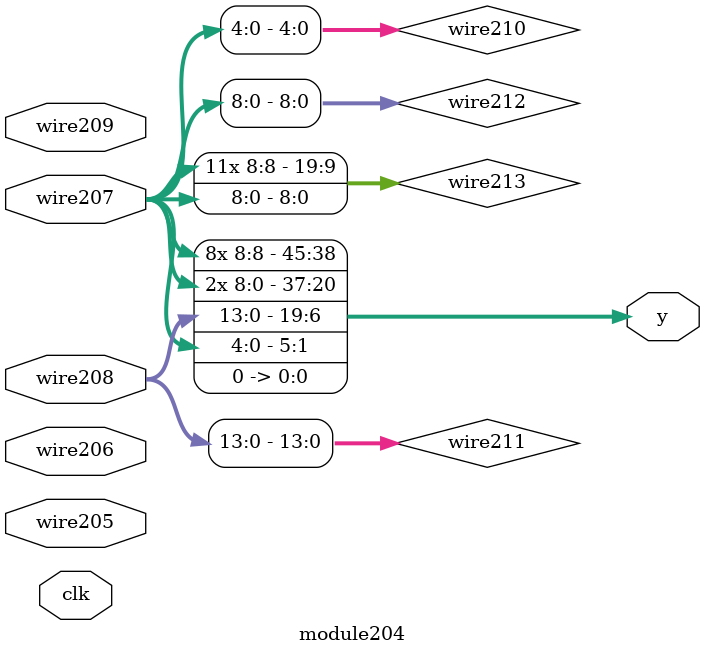
<source format=v>
module top
#(parameter param226 = (~&(((((8'hbd) > (8'hac)) ? (8'hb7) : (^(8'had))) ? (8'ha5) : (((7'h41) ^~ (8'hb9)) * {(8'hb4), (8'hb5)})) <<< (8'hb4))), 
parameter param227 = ((-param226) * {((param226 ? (param226 ~^ param226) : (param226 ? param226 : (8'ha2))) ? param226 : param226)}))
(y, clk, wire3, wire2, wire1, wire0);
  output wire [(32'h14c):(32'h0)] y;
  input wire [(1'h0):(1'h0)] clk;
  input wire signed [(5'h12):(1'h0)] wire3;
  input wire signed [(4'ha):(1'h0)] wire2;
  input wire signed [(5'h14):(1'h0)] wire1;
  input wire [(4'hf):(1'h0)] wire0;
  wire signed [(4'hc):(1'h0)] wire223;
  wire signed [(4'h8):(1'h0)] wire217;
  wire [(5'h12):(1'h0)] wire194;
  wire [(3'h7):(1'h0)] wire193;
  wire [(3'h7):(1'h0)] wire191;
  wire signed [(4'hb):(1'h0)] wire19;
  wire [(5'h15):(1'h0)] wire18;
  wire [(2'h2):(1'h0)] wire17;
  wire [(5'h14):(1'h0)] wire16;
  wire signed [(2'h3):(1'h0)] wire15;
  wire signed [(5'h10):(1'h0)] wire14;
  wire signed [(4'h8):(1'h0)] wire219;
  wire signed [(4'ha):(1'h0)] wire220;
  wire [(3'h5):(1'h0)] wire221;
  reg signed [(5'h14):(1'h0)] reg225 = (1'h0);
  reg [(5'h15):(1'h0)] reg224 = (1'h0);
  reg signed [(5'h15):(1'h0)] reg4 = (1'h0);
  reg [(4'h9):(1'h0)] reg5 = (1'h0);
  reg [(5'h11):(1'h0)] reg6 = (1'h0);
  reg signed [(5'h10):(1'h0)] reg7 = (1'h0);
  reg signed [(4'hc):(1'h0)] reg8 = (1'h0);
  reg [(5'h13):(1'h0)] reg9 = (1'h0);
  reg signed [(5'h13):(1'h0)] reg10 = (1'h0);
  reg [(3'h7):(1'h0)] reg11 = (1'h0);
  reg signed [(4'hc):(1'h0)] reg12 = (1'h0);
  reg [(4'ha):(1'h0)] reg13 = (1'h0);
  assign y = {wire223,
                 wire217,
                 wire194,
                 wire193,
                 wire191,
                 wire19,
                 wire18,
                 wire17,
                 wire16,
                 wire15,
                 wire14,
                 wire219,
                 wire220,
                 wire221,
                 reg225,
                 reg224,
                 reg4,
                 reg5,
                 reg6,
                 reg7,
                 reg8,
                 reg9,
                 reg10,
                 reg11,
                 reg12,
                 reg13,
                 (1'h0)};
  always
    @(posedge clk) begin
      reg4 <= wire0[(2'h3):(2'h3)];
      reg5 <= ((~^$unsigned({(wire2 | (8'ha2))})) ?
          $unsigned($unsigned(wire3)) : $unsigned($signed($signed((wire0 - reg4)))));
      if (wire1)
        begin
          reg6 <= $signed($signed(((+$signed(reg5)) ?
              $unsigned(((8'hba) >= reg5)) : (~^$unsigned((8'hab))))));
          reg7 <= reg6;
          reg8 <= {(+(((reg4 ? reg7 : wire1) ?
                  $signed(reg5) : ((8'ha3) ?
                      (8'hb9) : wire2)) <= reg4[(4'h8):(1'h0)]))};
          if (reg6)
            begin
              reg9 <= ($unsigned((reg8[(1'h1):(1'h1)] ?
                      (wire2[(2'h3):(1'h1)] <= (wire2 ?
                          wire2 : (8'hb8))) : $signed({(8'hbe), reg4}))) ?
                  ((~|(reg7 ? $unsigned(wire2) : (reg8 > wire1))) ?
                      (!((reg6 <= reg8) >= $unsigned(reg7))) : (reg5[(3'h4):(1'h1)] != {$signed((8'ha8))})) : $unsigned((($signed((8'ha6)) ?
                      $signed(reg7) : ((8'hbc) ?
                          wire1 : reg7)) - ((wire3 ^~ wire1) ?
                      $unsigned(wire0) : (reg7 & wire2)))));
              reg10 <= (((8'ha0) ?
                  reg7[(3'h5):(3'h5)] : (({(8'ha4)} ?
                          $unsigned((7'h40)) : (wire3 ? reg7 : wire1)) ?
                      {((8'hb0) == reg4)} : (^reg8[(4'h9):(3'h6)]))) ~^ wire2[(1'h0):(1'h0)]);
              reg11 <= (($signed({wire3}) || $unsigned(wire3[(3'h5):(1'h1)])) ?
                  wire2[(4'h9):(2'h3)] : (-wire0[(2'h2):(1'h0)]));
            end
          else
            begin
              reg9 <= wire2[(1'h0):(1'h0)];
              reg10 <= $unsigned((wire2 ?
                  {$signed((^~(8'ha0)))} : (~|($unsigned(reg11) ?
                      ((8'ha4) || reg7) : reg9))));
            end
          reg12 <= {(^(reg8[(1'h0):(1'h0)] - reg4[(4'hd):(4'hc)]))};
        end
      else
        begin
          if ($unsigned(reg4))
            begin
              reg6 <= ((reg9 || $unsigned((&$signed(reg7)))) ?
                  reg6 : ((~^reg7) ? $unsigned(reg4[(3'h5):(3'h5)]) : reg9));
              reg7 <= (&(^~(8'hb9)));
              reg8 <= reg12[(1'h0):(1'h0)];
              reg9 <= reg5;
            end
          else
            begin
              reg6 <= $signed($unsigned($signed((~&wire2))));
              reg7 <= (reg7[(4'he):(4'hb)] && (($signed($unsigned(reg9)) ?
                  $signed(reg11[(2'h2):(1'h0)]) : reg7) == ((-$unsigned(reg4)) | $unsigned((wire0 >> reg4)))));
              reg8 <= ((reg12[(3'h4):(2'h3)] ?
                      ((+$signed(wire2)) >> (^reg7[(4'h8):(3'h7)])) : $signed((&(wire0 ?
                          reg8 : wire0)))) ?
                  reg9 : $unsigned(reg9[(4'hd):(4'ha)]));
              reg9 <= (wire3[(2'h2):(2'h2)] ~^ $unsigned($signed((((8'hb7) ?
                      reg5 : reg11) ?
                  (wire0 | (8'h9f)) : (^~wire3)))));
              reg10 <= (wire1[(3'h6):(1'h0)] ~^ ($unsigned(($unsigned(reg10) == $unsigned((8'hb1)))) ?
                  $unsigned($unsigned((reg4 != reg6))) : {(~(~wire1)),
                      ($unsigned(reg6) >>> $unsigned(reg10))}));
            end
        end
      reg13 <= {reg12};
    end
  assign wire14 = ((((+(reg12 ?
                          wire0 : reg9)) >>> (+$signed(reg7))) != $unsigned(wire2[(3'h4):(3'h4)])) ?
                      (reg9 ? $unsigned(reg9) : $signed(wire1)) : wire0);
  assign wire15 = (reg13[(4'ha):(2'h2)] ?
                      (({(^wire14)} >> $signed($unsigned(wire3))) ?
                          ($signed((~^wire3)) ?
                              reg7 : {(8'ha2),
                                  reg7[(2'h3):(1'h0)]}) : $signed({wire2})) : $unsigned(($signed(reg11) ?
                          $signed((wire1 <= reg7)) : reg7)));
  assign wire16 = reg5[(3'h7):(3'h5)];
  assign wire17 = $signed((7'h42));
  assign wire18 = ((!$unsigned((((8'hbb) || wire2) < (~&wire3)))) ?
                      reg6[(5'h11):(5'h11)] : ((((|(8'hb6)) ?
                              ((8'hac) ?
                                  wire1 : wire14) : reg11[(2'h3):(2'h3)]) ?
                          ({reg9,
                              wire1} >>> {wire1}) : $unsigned(reg9)) == (~&reg9)));
  assign wire19 = ({reg6, $unsigned((^~(wire0 != wire2)))} ?
                      ($signed(((8'hab) >= (^reg12))) ?
                          (8'hbd) : (reg11[(1'h0):(1'h0)] ?
                              wire16[(3'h6):(1'h1)] : wire0)) : $signed((~^($signed(wire16) ?
                          (~reg4) : (wire18 ? reg10 : reg8)))));
  module20 #() modinst192 (wire191, clk, wire1, wire14, reg6, reg10);
  assign wire193 = ({{$unsigned((reg7 ? wire15 : reg11)),
                               wire14[(4'h8):(3'h5)]}} ?
                       (((|(|(8'hba))) <= ((~^wire19) || (|wire1))) ?
                           (reg6 ?
                               reg6[(4'hb):(4'hb)] : {wire17[(1'h1):(1'h0)],
                                   reg13}) : ($unsigned($unsigned(reg8)) ?
                               ((~|wire17) ?
                                   wire19[(4'hb):(3'h7)] : (-(8'hbc))) : wire18[(2'h2):(2'h2)])) : reg5);
  assign wire194 = {(($signed(reg11[(2'h2):(2'h2)]) ?
                               ($signed(wire15) + (wire18 ?
                                   reg4 : (8'ha1))) : ((reg12 == wire1) != (!wire15))) ?
                           wire15 : (wire14[(2'h3):(2'h3)] ?
                               $signed($signed(reg7)) : ((8'ha5) ^~ (reg7 ?
                                   wire16 : reg10)))),
                       $unsigned($unsigned(((wire193 ? wire15 : reg5) ?
                           wire3 : reg10[(3'h4):(2'h2)])))};
  module195 #() modinst218 (wire217, clk, wire193, wire18, reg4, wire1);
  assign wire219 = ((({$signed(reg8), wire193} ?
                           $signed((wire194 | (8'had))) : reg9) ?
                       $signed(reg13[(1'h0):(1'h0)]) : $signed($unsigned($signed(reg5)))) & reg8[(3'h6):(3'h4)]);
  assign wire220 = ($unsigned(((!(^~wire16)) << $signed(wire14))) | $unsigned(wire191[(3'h6):(1'h0)]));
  module62 #() modinst222 (.wire66(reg8), .wire64(wire194), .wire67(wire0), .wire65(reg13), .wire63(wire219), .clk(clk), .y(wire221));
  assign wire223 = reg9;
  always
    @(posedge clk) begin
      reg224 <= wire19;
      reg225 <= (({{$unsigned(reg10), $unsigned(reg7)},
              wire16} - wire217[(3'h7):(2'h2)]) ?
          (wire219 ?
              ($signed({reg224, (8'ha5)}) ?
                  ($unsigned(reg7) ? {wire3} : (^reg12)) : ((wire15 ?
                          wire194 : (8'hb6)) ?
                      (reg12 ?
                          wire15 : reg12) : $unsigned(reg12))) : (^reg6)) : ({(^(^~reg13)),
                  $signed((wire0 ? wire3 : reg6))} ?
              reg4[(3'h4):(1'h1)] : (~(reg6 ^ {wire3, reg224}))));
    end
endmodule

module module195  (y, clk, wire196, wire197, wire198, wire199);
  output wire [(32'h35):(32'h0)] y;
  input wire [(1'h0):(1'h0)] clk;
  input wire [(3'h7):(1'h0)] wire196;
  input wire [(5'h15):(1'h0)] wire197;
  input wire [(5'h15):(1'h0)] wire198;
  input wire signed [(5'h14):(1'h0)] wire199;
  wire signed [(3'h6):(1'h0)] wire216;
  wire [(4'ha):(1'h0)] wire201;
  wire signed [(4'hb):(1'h0)] wire202;
  wire signed [(4'he):(1'h0)] wire203;
  wire signed [(4'h8):(1'h0)] wire214;
  reg [(2'h3):(1'h0)] reg200 = (1'h0);
  assign y = {wire216, wire201, wire202, wire203, wire214, reg200, (1'h0)};
  always
    @(posedge clk) begin
      reg200 <= $unsigned($signed((^((~wire198) ?
          ((8'hb4) == wire197) : wire198[(4'h9):(2'h2)]))));
    end
  assign wire201 = (!((reg200[(1'h1):(1'h1)] <<< $unsigned((reg200 ?
                           wire197 : (8'hb4)))) ?
                       (|(reg200 || (wire196 ?
                           wire198 : reg200))) : (wire198[(3'h4):(2'h3)] || $unsigned((wire197 ^ wire197)))));
  assign wire202 = (({((~^wire201) || $unsigned(wire197)),
                               $unsigned({wire199})} ?
                           (~|($signed(wire199) ^ ((8'hb3) ?
                               wire197 : (8'ha4)))) : (-(~|$unsigned(reg200)))) ?
                       (($signed($unsigned(reg200)) <= (wire196 ?
                           (|wire199) : $unsigned(wire197))) <<< wire201[(2'h2):(1'h1)]) : {($signed(wire197) ?
                               wire196 : (-$signed(reg200))),
                           wire198[(1'h1):(1'h0)]});
  assign wire203 = wire197[(4'h9):(4'h9)];
  module204 #() modinst215 (.wire208(wire197), .wire206(wire196), .y(wire214), .clk(clk), .wire209(wire201), .wire205(wire202), .wire207(wire199));
  assign wire216 = wire197[(3'h6):(1'h1)];
endmodule

module module20
#(parameter param190 = (((~^(^((8'ha2) < (8'hac)))) ? ((~&(8'hbd)) ? {{(8'hb6)}, ((8'ha3) ? (8'h9e) : (8'hab))} : (((8'ha3) ? (8'hb1) : (8'had)) ~^ (8'haa))) : ((!((8'hbf) ? (8'hb6) : (8'hbf))) >>> (~((8'hb9) ? (8'hb8) : (8'ha3))))) ? {(~|(((8'ha4) ? (8'h9f) : (8'ha5)) <<< ((8'ha6) ? (7'h41) : (8'ha0))))} : (-((((8'ha6) ? (8'h9f) : (8'ha8)) ? ((8'hb6) && (8'ha7)) : (|(7'h41))) ? {((8'h9f) && (8'hbd)), {(8'hb4)}} : {((8'hbc) >> (7'h41))}))))
(y, clk, wire24, wire23, wire22, wire21);
  output wire [(32'h25c):(32'h0)] y;
  input wire [(1'h0):(1'h0)] clk;
  input wire [(4'hc):(1'h0)] wire24;
  input wire [(5'h10):(1'h0)] wire23;
  input wire [(3'h7):(1'h0)] wire22;
  input wire signed [(5'h13):(1'h0)] wire21;
  wire [(5'h12):(1'h0)] wire189;
  wire [(4'hb):(1'h0)] wire188;
  wire [(4'ha):(1'h0)] wire91;
  wire signed [(4'hf):(1'h0)] wire61;
  wire [(3'h5):(1'h0)] wire59;
  wire [(4'he):(1'h0)] wire25;
  wire signed [(3'h7):(1'h0)] wire93;
  wire signed [(3'h5):(1'h0)] wire110;
  wire signed [(4'he):(1'h0)] wire122;
  wire signed [(4'hf):(1'h0)] wire123;
  wire [(3'h6):(1'h0)] wire124;
  wire [(3'h6):(1'h0)] wire130;
  wire [(4'he):(1'h0)] wire131;
  wire signed [(4'hd):(1'h0)] wire132;
  wire [(5'h14):(1'h0)] wire133;
  wire [(4'hd):(1'h0)] wire134;
  wire signed [(5'h14):(1'h0)] wire135;
  wire signed [(5'h11):(1'h0)] wire136;
  wire signed [(4'h8):(1'h0)] wire185;
  reg [(3'h4):(1'h0)] reg187 = (1'h0);
  reg [(3'h6):(1'h0)] reg129 = (1'h0);
  reg [(4'h9):(1'h0)] reg128 = (1'h0);
  reg signed [(4'hf):(1'h0)] reg127 = (1'h0);
  reg [(3'h7):(1'h0)] reg126 = (1'h0);
  reg [(4'ha):(1'h0)] reg125 = (1'h0);
  reg [(3'h7):(1'h0)] reg121 = (1'h0);
  reg [(2'h3):(1'h0)] reg120 = (1'h0);
  reg [(4'hd):(1'h0)] reg119 = (1'h0);
  reg signed [(5'h10):(1'h0)] reg118 = (1'h0);
  reg signed [(5'h12):(1'h0)] reg117 = (1'h0);
  reg [(4'hf):(1'h0)] reg116 = (1'h0);
  reg [(4'hd):(1'h0)] reg115 = (1'h0);
  reg signed [(5'h12):(1'h0)] reg114 = (1'h0);
  reg [(5'h13):(1'h0)] reg113 = (1'h0);
  reg [(2'h2):(1'h0)] reg112 = (1'h0);
  reg signed [(4'hc):(1'h0)] reg111 = (1'h0);
  reg signed [(2'h3):(1'h0)] reg109 = (1'h0);
  reg signed [(4'hb):(1'h0)] reg108 = (1'h0);
  reg [(3'h6):(1'h0)] reg107 = (1'h0);
  reg signed [(4'ha):(1'h0)] reg106 = (1'h0);
  reg [(5'h13):(1'h0)] reg105 = (1'h0);
  reg [(4'h9):(1'h0)] reg104 = (1'h0);
  reg signed [(4'ha):(1'h0)] reg103 = (1'h0);
  reg signed [(5'h14):(1'h0)] reg102 = (1'h0);
  reg signed [(4'hd):(1'h0)] reg101 = (1'h0);
  reg signed [(5'h12):(1'h0)] reg100 = (1'h0);
  reg [(5'h12):(1'h0)] reg99 = (1'h0);
  reg [(5'h15):(1'h0)] reg98 = (1'h0);
  reg signed [(2'h2):(1'h0)] reg97 = (1'h0);
  reg signed [(4'hb):(1'h0)] reg96 = (1'h0);
  reg [(4'h9):(1'h0)] reg95 = (1'h0);
  reg signed [(3'h5):(1'h0)] reg94 = (1'h0);
  assign y = {wire189,
                 wire188,
                 wire91,
                 wire61,
                 wire59,
                 wire25,
                 wire93,
                 wire110,
                 wire122,
                 wire123,
                 wire124,
                 wire130,
                 wire131,
                 wire132,
                 wire133,
                 wire134,
                 wire135,
                 wire136,
                 wire185,
                 reg187,
                 reg129,
                 reg128,
                 reg127,
                 reg126,
                 reg125,
                 reg121,
                 reg120,
                 reg119,
                 reg118,
                 reg117,
                 reg116,
                 reg115,
                 reg114,
                 reg113,
                 reg112,
                 reg111,
                 reg109,
                 reg108,
                 reg107,
                 reg106,
                 reg105,
                 reg104,
                 reg103,
                 reg102,
                 reg101,
                 reg100,
                 reg99,
                 reg98,
                 reg97,
                 reg96,
                 reg95,
                 reg94,
                 (1'h0)};
  assign wire25 = wire22;
  module26 #() modinst60 (.y(wire59), .wire28(wire25), .wire29(wire21), .clk(clk), .wire27(wire23), .wire30(wire24));
  assign wire61 = wire24[(2'h3):(2'h3)];
  module62 #() modinst92 (.y(wire91), .wire65(wire59), .wire67(wire61), .wire66(wire24), .clk(clk), .wire64(wire21), .wire63(wire25));
  assign wire93 = (-(($unsigned({wire91,
                      wire61}) ^ (~|wire24[(3'h6):(1'h1)])) ~^ wire23[(2'h2):(1'h1)]));
  always
    @(posedge clk) begin
      reg94 <= ($signed(((~&$unsigned(wire59)) + $signed((wire93 ?
          wire21 : wire24)))) || {((+wire59) ?
              ({wire61} ? (&wire25) : wire93[(1'h0):(1'h0)]) : (^(-wire25))),
          $signed((wire24[(4'h9):(2'h3)] + (wire91 | wire25)))});
      reg95 <= wire91[(4'h8):(1'h1)];
      reg96 <= wire24;
      if ($signed($unsigned((wire21[(4'hc):(3'h5)] >= wire91[(3'h7):(3'h5)]))))
        begin
          reg97 <= (wire61[(3'h7):(3'h4)] ?
              ($unsigned((&(wire91 ?
                  wire21 : wire61))) <<< ((wire23 || ((8'hba) && wire25)) ?
                  wire61 : $signed((wire61 == wire24)))) : wire59[(3'h4):(1'h0)]);
          if ($signed(((((&wire24) ?
              $signed(wire91) : (reg95 || wire59)) == $unsigned({reg97})) != (wire93[(3'h4):(2'h3)] << (|reg97)))))
            begin
              reg98 <= (&wire59);
              reg99 <= ($signed({$signed({wire93}),
                  {(wire24 ? (8'hb3) : reg95), $signed(reg94)}}) > (wire21 ?
                  ($unsigned(((7'h40) ?
                      wire25 : reg94)) << $signed((wire22 >= (8'h9f)))) : (8'hbd)));
              reg100 <= $signed($signed(($unsigned($unsigned((8'ha3))) >>> {(+wire24)})));
              reg101 <= (wire91[(1'h1):(1'h1)] > $signed($signed(($signed(wire22) ^~ wire25[(3'h7):(3'h5)]))));
              reg102 <= $unsigned({{$unsigned((+reg99)),
                      $unsigned((reg95 <= reg95))},
                  (+$unsigned((reg95 ? (8'hb7) : reg101)))});
            end
          else
            begin
              reg98 <= reg96[(1'h1):(1'h1)];
              reg99 <= $unsigned(wire22[(1'h0):(1'h0)]);
              reg100 <= reg101[(3'h6):(2'h2)];
              reg101 <= reg101[(1'h1):(1'h1)];
              reg102 <= $signed(wire91[(3'h4):(3'h4)]);
            end
          reg103 <= $unsigned($unsigned({reg94[(2'h2):(1'h1)],
              wire61[(4'h9):(4'h8)]}));
          if ({((wire21 ?
                      ((reg100 ?
                          wire22 : (8'ha6)) < $unsigned(reg96)) : (wire25[(3'h4):(2'h2)] ?
                          reg101[(2'h3):(1'h1)] : $signed(reg101))) ?
                  ((7'h40) ?
                      {(reg101 >> wire93),
                          (wire21 >= wire91)} : wire21[(3'h7):(3'h5)]) : $unsigned(wire25))})
            begin
              reg104 <= $signed((~($signed((reg98 == wire24)) * (reg97[(1'h1):(1'h1)] < (!reg94)))));
              reg105 <= (reg103[(3'h4):(1'h0)] > ((wire23[(2'h2):(1'h0)] ?
                  $signed((-(8'ha5))) : (wire25 ?
                      $signed(wire59) : reg102)) <<< reg102));
              reg106 <= {wire93};
            end
          else
            begin
              reg104 <= {$unsigned(((8'hbc) ?
                      wire22 : $unsigned(((8'hb8) != wire22)))),
                  ($unsigned(((^reg95) ? (^~(8'haa)) : (!wire22))) ?
                      $signed($signed((^~reg105))) : ((~|reg97) ~^ (reg95[(4'h8):(3'h6)] ?
                          $signed(reg100) : $unsigned(reg95))))};
              reg105 <= reg97;
              reg106 <= (8'hac);
              reg107 <= $unsigned(reg103);
              reg108 <= $unsigned(((((wire25 ? reg98 : reg101) ?
                  $unsigned(reg99) : wire22[(2'h3):(1'h1)]) ~^ ($signed(reg103) ?
                  wire23[(4'hd):(4'hc)] : {reg100,
                      reg101})) || ((wire21 > (reg104 ~^ reg106)) ?
                  ((~reg96) << wire24) : (8'h9d))));
            end
          reg109 <= $signed(((&$unsigned((8'h9d))) ?
              (($unsigned((8'ha0)) ?
                  $signed((8'ha3)) : (reg94 ?
                      wire91 : wire24)) && (~|(reg97 + (8'hbf)))) : (~((reg100 ?
                  reg107 : reg102) == wire25))));
        end
      else
        begin
          reg97 <= ({(reg104 ?
                      (((8'ha7) ? wire23 : wire61) ?
                          $unsigned(wire25) : (reg103 ?
                              reg104 : reg98)) : wire22[(3'h7):(3'h7)]),
                  reg99[(4'hb):(1'h1)]} ?
              (&wire21) : (8'hba));
          reg98 <= {reg96[(2'h3):(1'h1)]};
          reg99 <= (~^((-((8'h9e) ~^ (reg99 ?
              reg96 : reg104))) ~^ (~^((wire91 == wire24) != reg107[(1'h0):(1'h0)]))));
        end
    end
  assign wire110 = ($unsigned((wire21 != {$unsigned(reg106)})) && $signed(reg106));
  always
    @(posedge clk) begin
      if (reg102)
        begin
          reg111 <= {(^$signed($signed((8'haa)))),
              (((reg98[(1'h0):(1'h0)] ?
                  $signed(wire61) : $signed(wire24)) ~^ (wire21 ?
                  (wire61 + wire24) : {wire25})) | ($unsigned((reg95 > (8'had))) ?
                  reg101 : ((wire24 < reg108) ?
                      (!reg108) : $unsigned((8'hba)))))};
        end
      else
        begin
          reg111 <= $unsigned({reg96[(4'h9):(2'h3)]});
          if ((reg105[(4'hf):(3'h6)] + reg98[(4'hf):(3'h6)]))
            begin
              reg112 <= wire23;
              reg113 <= {reg99[(3'h7):(3'h6)], reg112};
              reg114 <= $unsigned($signed(reg94[(1'h1):(1'h0)]));
              reg115 <= $signed($unsigned((reg98 < $signed(wire61[(3'h5):(1'h1)]))));
              reg116 <= $unsigned($unsigned({$signed($unsigned(reg100))}));
            end
          else
            begin
              reg112 <= $unsigned(reg104[(1'h0):(1'h0)]);
              reg113 <= {$signed($signed((~|reg101))),
                  $signed(reg98[(1'h0):(1'h0)])};
              reg114 <= (($unsigned($unsigned($unsigned(reg108))) != {$signed((^~(8'had))),
                      {$signed(reg105), $signed(reg114)}}) ?
                  reg96 : (8'ha8));
              reg115 <= $signed($signed((reg105[(4'h8):(3'h5)] ?
                  $unsigned((reg103 == (8'hb8))) : $signed($signed(reg114)))));
              reg116 <= (^~wire61[(3'h5):(1'h0)]);
            end
          if (($unsigned($unsigned((~$unsigned(wire25)))) >>> reg109[(1'h0):(1'h0)]))
            begin
              reg117 <= {(|(reg109[(2'h3):(1'h0)] ?
                      reg105[(3'h7):(3'h5)] : (8'hb8))),
                  ((~|(wire25 ?
                      reg98[(4'h9):(2'h3)] : (|reg102))) ^ (~|({reg103,
                      wire23} * $unsigned(reg95))))};
            end
          else
            begin
              reg117 <= (-(reg99[(4'ha):(4'ha)] ^ reg100[(4'hd):(1'h0)]));
              reg118 <= wire25;
              reg119 <= wire91;
              reg120 <= $unsigned($unsigned(wire22));
            end
          reg121 <= ($unsigned((reg106 - wire110)) ?
              $signed($signed((reg106[(2'h3):(1'h0)] >>> $signed(reg98)))) : $signed(wire61[(2'h2):(1'h1)]));
        end
    end
  assign wire122 = ($unsigned(((reg118[(4'h9):(3'h5)] ?
                           $signed(reg99) : reg102[(4'h8):(4'h8)]) - (reg96[(1'h1):(1'h0)] | (reg99 ?
                           (8'hb3) : wire21)))) ?
                       wire21[(4'hf):(1'h0)] : wire93);
  assign wire123 = reg103[(1'h0):(1'h0)];
  assign wire124 = (^(8'ha8));
  always
    @(posedge clk) begin
      reg125 <= reg112[(1'h0):(1'h0)];
      reg126 <= $unsigned({reg97});
      reg127 <= $unsigned(reg106[(3'h5):(1'h0)]);
      reg128 <= reg108;
      reg129 <= (((8'ha3) <= ((-$unsigned(wire124)) ?
          {(reg120 ? (8'h9f) : wire61),
              wire93[(2'h3):(1'h1)]} : ((reg100 <<< reg117) ?
              {reg103} : $unsigned((8'hab))))) >>> (^reg109));
    end
  assign wire130 = ($signed(($unsigned($unsigned(reg127)) ?
                       (reg117[(3'h6):(3'h6)] ?
                           {reg121, (7'h44)} : (wire124 ?
                               reg129 : reg117)) : (8'ha9))) ~^ wire91);
  assign wire131 = (($unsigned($signed(reg107)) ?
                       (^($unsigned((8'hbb)) ^~ reg114[(4'hd):(4'hd)])) : ((8'hbc) ^ {((8'ha7) ?
                               reg101 : reg116),
                           $unsigned((8'hb6))})) >>> (8'ha1));
  assign wire132 = reg103;
  assign wire133 = wire22[(1'h0):(1'h0)];
  assign wire134 = reg100[(2'h3):(2'h3)];
  assign wire135 = reg109[(2'h2):(1'h1)];
  assign wire136 = (($signed($unsigned(reg129)) ?
                           ((8'hb1) ?
                               {(wire134 && reg97)} : reg125[(3'h5):(3'h4)]) : (wire59 ?
                               {reg102} : {$signed(reg118)})) ?
                       ((((~&wire22) ? $unsigned(wire24) : (reg102 ^ reg105)) ?
                               $unsigned((wire21 != wire24)) : reg128) ?
                           ({(-wire93)} > reg101) : {wire122}) : wire61[(1'h0):(1'h0)]);
  module137 #() modinst186 (.wire138(wire122), .wire139(wire136), .wire142(wire61), .y(wire185), .clk(clk), .wire141(reg119), .wire140(reg105));
  always
    @(posedge clk) begin
      reg187 <= reg102[(3'h5):(3'h5)];
    end
  assign wire188 = (7'h42);
  assign wire189 = (wire133[(4'he):(4'he)] + reg95[(4'h9):(2'h2)]);
endmodule

module module137
#(parameter param183 = {((8'hb2) ? (~^(~|((8'h9e) - (8'hae)))) : {(~((8'hae) >> (7'h40))), (((8'ha1) << (8'ha5)) & ((8'hbd) << (8'ha0)))})}, 
parameter param184 = param183)
(y, clk, wire142, wire141, wire140, wire139, wire138);
  output wire [(32'h1f1):(32'h0)] y;
  input wire [(1'h0):(1'h0)] clk;
  input wire [(3'h4):(1'h0)] wire142;
  input wire signed [(3'h4):(1'h0)] wire141;
  input wire signed [(5'h12):(1'h0)] wire140;
  input wire [(2'h2):(1'h0)] wire139;
  input wire [(4'hb):(1'h0)] wire138;
  wire signed [(4'ha):(1'h0)] wire182;
  wire [(3'h6):(1'h0)] wire181;
  wire signed [(4'hb):(1'h0)] wire180;
  wire [(4'h9):(1'h0)] wire179;
  wire [(5'h12):(1'h0)] wire178;
  wire [(5'h14):(1'h0)] wire177;
  wire signed [(5'h11):(1'h0)] wire176;
  wire signed [(5'h13):(1'h0)] wire175;
  wire signed [(3'h7):(1'h0)] wire174;
  wire signed [(5'h13):(1'h0)] wire173;
  wire signed [(5'h13):(1'h0)] wire172;
  wire [(5'h13):(1'h0)] wire171;
  wire [(4'hc):(1'h0)] wire170;
  wire [(3'h6):(1'h0)] wire153;
  wire signed [(5'h13):(1'h0)] wire145;
  wire [(4'h9):(1'h0)] wire144;
  wire signed [(2'h3):(1'h0)] wire143;
  reg [(3'h4):(1'h0)] reg169 = (1'h0);
  reg signed [(4'hf):(1'h0)] reg168 = (1'h0);
  reg [(5'h11):(1'h0)] reg167 = (1'h0);
  reg signed [(5'h14):(1'h0)] reg166 = (1'h0);
  reg signed [(3'h6):(1'h0)] reg165 = (1'h0);
  reg signed [(5'h13):(1'h0)] reg164 = (1'h0);
  reg [(3'h5):(1'h0)] reg163 = (1'h0);
  reg [(4'hb):(1'h0)] reg162 = (1'h0);
  reg signed [(4'ha):(1'h0)] reg161 = (1'h0);
  reg [(5'h11):(1'h0)] reg160 = (1'h0);
  reg signed [(2'h3):(1'h0)] reg159 = (1'h0);
  reg signed [(5'h12):(1'h0)] reg158 = (1'h0);
  reg [(3'h4):(1'h0)] reg157 = (1'h0);
  reg [(5'h13):(1'h0)] reg156 = (1'h0);
  reg [(5'h13):(1'h0)] reg155 = (1'h0);
  reg [(4'hf):(1'h0)] reg154 = (1'h0);
  reg signed [(4'h8):(1'h0)] reg152 = (1'h0);
  reg [(4'ha):(1'h0)] reg151 = (1'h0);
  reg signed [(2'h3):(1'h0)] reg150 = (1'h0);
  reg [(5'h11):(1'h0)] reg149 = (1'h0);
  reg signed [(4'ha):(1'h0)] reg148 = (1'h0);
  reg [(2'h3):(1'h0)] reg147 = (1'h0);
  reg signed [(5'h14):(1'h0)] reg146 = (1'h0);
  assign y = {wire182,
                 wire181,
                 wire180,
                 wire179,
                 wire178,
                 wire177,
                 wire176,
                 wire175,
                 wire174,
                 wire173,
                 wire172,
                 wire171,
                 wire170,
                 wire153,
                 wire145,
                 wire144,
                 wire143,
                 reg169,
                 reg168,
                 reg167,
                 reg166,
                 reg165,
                 reg164,
                 reg163,
                 reg162,
                 reg161,
                 reg160,
                 reg159,
                 reg158,
                 reg157,
                 reg156,
                 reg155,
                 reg154,
                 reg152,
                 reg151,
                 reg150,
                 reg149,
                 reg148,
                 reg147,
                 reg146,
                 (1'h0)};
  assign wire143 = $signed($signed((8'ha5)));
  assign wire144 = $unsigned((&(^$signed($unsigned(wire141)))));
  assign wire145 = {{{wire139[(1'h0):(1'h0)]},
                           ($signed((^~(8'ha3))) && (~&(wire140 ^~ wire141)))},
                       (wire143 ?
                           (~^{(wire140 ?
                                   wire139 : (8'hab))}) : (wire141[(2'h2):(1'h0)] ?
                               wire141 : wire138[(1'h0):(1'h0)]))};
  always
    @(posedge clk) begin
      reg146 <= $signed($signed((~{(^wire138)})));
      if ($unsigned(($signed((~&wire140)) > (!$unsigned((reg146 >= wire140))))))
        begin
          reg147 <= wire139[(1'h0):(1'h0)];
        end
      else
        begin
          reg147 <= $signed($unsigned($unsigned(($signed(wire138) ?
              wire138 : $signed(wire140)))));
          if ({(8'ha2)})
            begin
              reg148 <= (^~($signed(reg147[(2'h2):(2'h2)]) ?
                  wire142 : ($signed($unsigned((7'h43))) ?
                      (^$unsigned((8'hb1))) : $signed(reg147))));
              reg149 <= (($unsigned((^~(~wire144))) ? reg148 : (8'hbd)) ?
                  ((reg148[(4'ha):(3'h6)] ?
                      (((8'hae) ?
                          wire142 : wire139) ^ reg147[(2'h3):(2'h2)]) : reg148) <<< (~|(+(&reg148)))) : reg147[(2'h3):(1'h1)]);
              reg150 <= $signed(($signed(wire141) >> {$signed($signed(wire141))}));
            end
          else
            begin
              reg148 <= ($signed(wire140) ?
                  (reg149[(4'hf):(3'h6)] >= reg148[(2'h2):(2'h2)]) : $unsigned(($unsigned(wire139[(1'h0):(1'h0)]) ?
                      ((reg146 & wire145) ?
                          (^reg149) : (wire140 - reg149)) : $unsigned((wire143 > wire140)))));
            end
          reg151 <= (^~reg149[(3'h5):(3'h4)]);
          reg152 <= (($signed((^~(wire139 + wire145))) ?
              $signed((-wire144[(3'h4):(1'h0)])) : ($signed((reg150 & reg150)) ?
                  $unsigned((wire141 <= reg147)) : (wire138 ?
                      $unsigned((8'hbb)) : $unsigned(wire141)))) | $unsigned(($signed($signed(wire143)) ^~ (reg149 >>> reg147[(1'h0):(1'h0)]))));
        end
    end
  assign wire153 = (~&$signed($unsigned(reg152)));
  always
    @(posedge clk) begin
      if ($signed($unsigned(wire140[(4'h8):(4'h8)])))
        begin
          reg154 <= $signed(reg148);
          if ((^($signed(wire153[(1'h0):(1'h0)]) ?
              (wire139[(2'h2):(2'h2)] ?
                  ((wire143 <<< wire143) ?
                      $unsigned(reg146) : (reg150 ?
                          reg150 : reg151)) : $unsigned((wire143 <= wire143))) : (&$unsigned(wire141)))))
            begin
              reg155 <= $unsigned($unsigned($unsigned($unsigned($signed(reg146)))));
              reg156 <= wire141[(3'h4):(1'h1)];
              reg157 <= {wire145};
              reg158 <= (((wire140[(1'h0):(1'h0)] ~^ {$unsigned(reg151)}) * $signed(((7'h41) ?
                      (8'ha4) : reg154[(3'h7):(3'h4)]))) ?
                  (~$signed((~&(reg152 * reg151)))) : (^~((|$signed(wire139)) ?
                      ($unsigned(wire139) | (reg157 ?
                          reg147 : reg146)) : (~&$signed(reg152)))));
              reg159 <= {reg152, $unsigned(reg146)};
            end
          else
            begin
              reg155 <= ($signed((reg158[(3'h5):(3'h5)] ?
                  ((reg158 ? wire140 : reg156) ?
                      wire144 : ((8'hb9) - wire153)) : reg152[(3'h6):(3'h6)])) & ($unsigned(((wire143 ?
                      wire142 : (8'hab)) ?
                  (reg155 ~^ reg156) : $unsigned(reg148))) && (wire143 >= $unsigned($unsigned(reg148)))));
              reg156 <= wire139;
              reg157 <= reg147;
              reg158 <= {((|(wire141 > wire141[(1'h0):(1'h0)])) << $unsigned((8'h9e))),
                  ((^(7'h41)) ?
                      (^(+$signed(wire153))) : ((((8'hb5) ? reg150 : wire144) ?
                              (~&wire153) : reg150) ?
                          $signed($signed(reg150)) : ((~^reg151) - wire145[(1'h1):(1'h1)])))};
            end
          reg160 <= $unsigned((8'h9d));
        end
      else
        begin
          if ((~&$signed(($unsigned(reg151[(3'h7):(2'h3)]) > (~|(&wire139))))))
            begin
              reg154 <= wire141[(3'h4):(2'h2)];
            end
          else
            begin
              reg154 <= reg146[(4'hb):(3'h6)];
              reg155 <= {wire140[(4'h8):(2'h3)]};
              reg156 <= ({(-$unsigned((wire140 & reg155))),
                      ((8'ha1) ?
                          (reg146 == $signed(wire153)) : $signed(wire153))} ?
                  ($unsigned(reg147[(1'h1):(1'h1)]) << (wire143 ?
                      wire143[(2'h3):(2'h2)] : $signed((reg154 ?
                          (8'hae) : reg158)))) : (reg158[(4'he):(4'h8)] ?
                      ((!(reg149 ?
                          (8'hbc) : reg150)) && (^~$signed(reg150))) : $unsigned((+wire142))));
              reg157 <= reg157[(1'h0):(1'h0)];
              reg158 <= (!((~|(8'hb6)) ?
                  (~&$signed($signed((8'h9d)))) : {(8'ha9)}));
            end
          reg159 <= ($unsigned({(~&(reg151 > reg152))}) <= (!(reg155 == wire140[(5'h12):(4'h8)])));
        end
      if ($signed(wire143[(1'h0):(1'h0)]))
        begin
          reg161 <= (8'hbe);
        end
      else
        begin
          reg161 <= {(~{(8'hb6), reg158[(4'hf):(3'h7)]}),
              ((~|(((8'ha4) & (8'ha4)) || wire141[(1'h0):(1'h0)])) <<< (8'h9c))};
          if (wire143)
            begin
              reg162 <= (+$signed($unsigned(reg160)));
              reg163 <= (wire138[(3'h4):(1'h1)] <= reg152[(3'h5):(3'h5)]);
              reg164 <= {(|$unsigned(reg150)), (^~$signed({(&(8'hbd))}))};
              reg165 <= (reg154 <= wire140);
            end
          else
            begin
              reg162 <= wire143;
              reg163 <= {$signed($signed($signed({wire144})))};
              reg164 <= ($unsigned((!reg162[(2'h3):(2'h2)])) >>> wire144);
              reg165 <= ({($unsigned($signed(reg155)) ? reg156 : reg151)} ?
                  (8'hae) : (-((8'ha8) ?
                      wire140[(4'hc):(3'h7)] : $unsigned((reg147 ?
                          reg152 : reg165)))));
              reg166 <= ((({(reg147 ? reg159 : (8'ha4))} ?
                      (~&$unsigned(wire138)) : $unsigned(wire141)) ?
                  (^(reg150 * (reg154 ?
                      reg156 : reg154))) : reg165[(1'h0):(1'h0)]) << (&(8'hbb)));
            end
          reg167 <= (($unsigned((reg157[(3'h4):(3'h4)] ?
                  $signed(wire144) : reg165[(1'h0):(1'h0)])) ?
              reg161 : wire153[(3'h4):(2'h3)]) & wire142);
          reg168 <= reg157;
        end
      reg169 <= (8'ha1);
    end
  assign wire170 = (&(~&(wire142 ?
                       ($unsigned(reg158) >> (~^reg159)) : $unsigned(reg166))));
  assign wire171 = ($signed((8'hba)) ?
                       reg155[(5'h10):(4'h9)] : ($signed(wire142[(1'h1):(1'h0)]) - wire145));
  assign wire172 = $signed(($unsigned($unsigned(reg166)) ?
                       (($signed(wire142) ?
                           $unsigned(reg151) : (reg147 || reg150)) == $signed((8'hae))) : (($signed(wire170) ?
                           {wire144, wire141} : wire153) ~^ wire140)));
  assign wire173 = $signed((($signed($signed(wire139)) >> (^~reg155)) ?
                       ($signed((reg156 < wire145)) ?
                           $signed((reg149 ?
                               wire140 : wire144)) : $signed(wire145[(3'h5):(2'h2)])) : (wire141[(1'h0):(1'h0)] & (((8'hb1) ?
                           reg147 : reg163) || $signed(reg151)))));
  assign wire174 = $unsigned(reg146);
  assign wire175 = (reg162 ?
                       wire143 : (wire174[(2'h2):(1'h0)] ^ (((~reg150) ?
                           (reg164 >= wire171) : (8'hb8)) ^~ reg157)));
  assign wire176 = (wire175 * $signed($signed(((reg168 <<< wire139) ?
                       wire141[(3'h4):(2'h3)] : (~(8'ha4))))));
  assign wire177 = $unsigned($signed($unsigned(($unsigned(reg157) <= $unsigned(reg162)))));
  assign wire178 = {(($unsigned($unsigned(wire138)) != (reg157[(1'h1):(1'h0)] != wire153[(3'h4):(1'h0)])) ?
                           wire143 : (((!reg162) ?
                                   reg160[(3'h5):(2'h2)] : $unsigned(reg146)) ?
                               (~^(reg168 < wire176)) : wire171)),
                       $unsigned($unsigned(reg152[(3'h4):(3'h4)]))};
  assign wire179 = ((reg167[(2'h2):(1'h1)] ?
                       reg163 : $unsigned(wire173)) >>> $signed({{reg148}}));
  assign wire180 = ((8'h9c) ~^ (~^reg164[(4'ha):(1'h1)]));
  assign wire181 = $unsigned($unsigned($signed(({(8'hb1)} == $signed(wire171)))));
  assign wire182 = $signed(wire142[(1'h0):(1'h0)]);
endmodule

module module62  (y, clk, wire67, wire66, wire65, wire64, wire63);
  output wire [(32'hf2):(32'h0)] y;
  input wire [(1'h0):(1'h0)] clk;
  input wire signed [(4'hf):(1'h0)] wire67;
  input wire [(4'hc):(1'h0)] wire66;
  input wire [(3'h5):(1'h0)] wire65;
  input wire signed [(5'h11):(1'h0)] wire64;
  input wire [(4'h8):(1'h0)] wire63;
  wire signed [(5'h11):(1'h0)] wire90;
  wire signed [(3'h6):(1'h0)] wire89;
  wire [(3'h5):(1'h0)] wire88;
  wire signed [(5'h10):(1'h0)] wire73;
  wire signed [(4'ha):(1'h0)] wire68;
  reg [(5'h12):(1'h0)] reg87 = (1'h0);
  reg [(4'ha):(1'h0)] reg86 = (1'h0);
  reg signed [(2'h3):(1'h0)] reg85 = (1'h0);
  reg signed [(3'h6):(1'h0)] reg84 = (1'h0);
  reg signed [(2'h3):(1'h0)] reg83 = (1'h0);
  reg signed [(3'h6):(1'h0)] reg82 = (1'h0);
  reg signed [(3'h7):(1'h0)] reg81 = (1'h0);
  reg signed [(3'h4):(1'h0)] reg80 = (1'h0);
  reg [(4'hd):(1'h0)] reg79 = (1'h0);
  reg [(4'hf):(1'h0)] reg78 = (1'h0);
  reg signed [(2'h2):(1'h0)] reg77 = (1'h0);
  reg [(5'h13):(1'h0)] reg76 = (1'h0);
  reg signed [(5'h11):(1'h0)] reg75 = (1'h0);
  reg signed [(3'h5):(1'h0)] reg74 = (1'h0);
  reg [(5'h10):(1'h0)] reg72 = (1'h0);
  reg [(3'h7):(1'h0)] reg71 = (1'h0);
  reg signed [(5'h11):(1'h0)] reg70 = (1'h0);
  reg [(5'h13):(1'h0)] reg69 = (1'h0);
  assign y = {wire90,
                 wire89,
                 wire88,
                 wire73,
                 wire68,
                 reg87,
                 reg86,
                 reg85,
                 reg84,
                 reg83,
                 reg82,
                 reg81,
                 reg80,
                 reg79,
                 reg78,
                 reg77,
                 reg76,
                 reg75,
                 reg74,
                 reg72,
                 reg71,
                 reg70,
                 reg69,
                 (1'h0)};
  assign wire68 = (~|$unsigned((+((~^wire64) ?
                      (wire63 || wire63) : $signed(wire66)))));
  always
    @(posedge clk) begin
      reg69 <= ((wire68[(3'h4):(1'h0)] ?
          $unsigned($unsigned((wire65 <= wire67))) : ($unsigned((wire65 ?
              (8'ha9) : wire63)) & wire68[(4'h9):(2'h3)])) * (($unsigned(((8'h9c) || (8'h9c))) + wire63[(2'h3):(1'h0)]) == {$unsigned(((8'hbf) + (8'ha1)))}));
      reg70 <= {wire64[(4'hf):(4'h8)]};
      reg71 <= wire65;
      reg72 <= ({$signed($signed(((8'ha8) ~^ (8'hab))))} ?
          wire66[(3'h4):(1'h1)] : ($signed({$unsigned(reg71),
              $signed(wire66)}) ^ {wire68[(3'h5):(2'h2)],
              (~&(wire63 ? (8'hbc) : reg70))}));
    end
  assign wire73 = ($unsigned($unsigned((&$signed(reg70)))) ?
                      $unsigned($signed($unsigned((~(8'hb2))))) : reg72[(1'h0):(1'h0)]);
  always
    @(posedge clk) begin
      reg74 <= (-reg71[(1'h1):(1'h0)]);
      if (wire64)
        begin
          if (($unsigned({((wire66 ? reg70 : wire65) || wire63)}) ^~ {wire64}))
            begin
              reg75 <= reg74[(1'h1):(1'h1)];
            end
          else
            begin
              reg75 <= (!wire63[(1'h1):(1'h1)]);
            end
        end
      else
        begin
          reg75 <= ((reg75[(2'h3):(1'h0)] && $signed((wire64[(4'ha):(1'h1)] ?
              $unsigned(reg70) : (wire67 == reg71)))) > wire66);
          reg76 <= ({($unsigned($signed(wire66)) < (reg70 >= reg74))} ?
              (((+(wire68 ? (8'ha9) : reg72)) ?
                      (wire64 ~^ {reg69, wire67}) : $unsigned((wire63 ?
                          (7'h42) : (7'h44)))) ?
                  wire65 : (^~$unsigned((wire65 ?
                      wire67 : wire67)))) : $unsigned((reg74 || (-((8'h9e) + wire64)))));
          if (($signed($unsigned($unsigned((reg74 ?
              wire63 : wire66)))) ^~ (wire63[(2'h3):(1'h1)] * $signed({reg75[(3'h7):(2'h3)],
              (wire65 ? (8'hb9) : wire63)}))))
            begin
              reg77 <= $unsigned(reg70);
              reg78 <= $unsigned($signed((~(~&$unsigned((8'hae))))));
            end
          else
            begin
              reg77 <= ($unsigned($unsigned(reg77[(1'h1):(1'h1)])) ?
                  reg75 : (wire73[(3'h6):(3'h4)] ^ reg74[(3'h4):(1'h0)]));
              reg78 <= (~(8'hb2));
              reg79 <= ({(-wire63[(2'h2):(1'h1)])} <= (wire65 ?
                  $unsigned((reg77 <= $signed((8'h9c)))) : $unsigned($unsigned((wire64 ?
                      wire66 : reg72)))));
              reg80 <= (+$signed($unsigned({$signed(reg75)})));
              reg81 <= wire63;
            end
          reg82 <= ((($signed((reg76 ?
                  (8'ha2) : wire66)) >= $signed(((8'ha9) ^~ wire67))) != {(reg72 ?
                      (wire73 ? wire65 : reg69) : reg69[(5'h11):(3'h4)]),
                  $signed($unsigned(reg78))}) ?
              (reg69[(4'he):(4'hd)] ?
                  wire67[(3'h7):(3'h7)] : $signed($signed((wire64 ?
                      reg76 : wire67)))) : (-wire73[(3'h5):(1'h1)]));
          if (reg78[(4'ha):(2'h2)])
            begin
              reg83 <= reg70[(4'hf):(3'h5)];
              reg84 <= (reg79[(3'h6):(3'h6)] | wire63[(3'h6):(3'h5)]);
              reg85 <= (reg76 ?
                  (wire66[(2'h2):(2'h2)] ?
                      reg78[(4'hf):(1'h1)] : $signed($signed(reg72[(1'h1):(1'h0)]))) : (!reg84));
              reg86 <= $unsigned(reg71);
              reg87 <= wire68;
            end
          else
            begin
              reg83 <= $signed((wire73[(2'h2):(1'h0)] >= wire66[(1'h1):(1'h0)]));
              reg84 <= $signed({((+wire67) <= ((reg87 >>> reg72) ~^ reg80))});
              reg85 <= $unsigned({(~&reg74)});
              reg86 <= $unsigned(((((wire63 * reg75) ?
                      (reg79 ^ reg69) : (|reg80)) ~^ $signed($unsigned(reg70))) ?
                  reg77 : ((((8'hb9) ?
                      reg85 : (8'hbd)) || $signed(wire67)) == (reg77 ?
                      (reg76 ? wire64 : reg79) : reg69))));
            end
        end
    end
  assign wire88 = (wire64 || $unsigned((8'ha3)));
  assign wire89 = ((reg78[(2'h3):(2'h3)] ?
                          $unsigned(wire63[(3'h7):(2'h3)]) : (({reg79,
                                  (8'hbf)} > (wire67 >> reg79)) ?
                              $signed($unsigned(wire64)) : $unsigned((reg83 ?
                                  (8'hb4) : reg78)))) ?
                      {$unsigned($unsigned((|wire64))),
                          reg77[(1'h1):(1'h0)]} : reg70);
  assign wire90 = $signed({((~|((8'ha0) ? reg77 : wire64)) ?
                          ((reg74 ? wire64 : reg77) ?
                              wire67[(3'h7):(2'h3)] : (wire65 ?
                                  wire89 : (8'hab))) : ($unsigned(reg72) << (8'ha2)))});
endmodule

module module26
#(parameter param58 = (!(^((((8'haa) & (8'hba)) + (^~(7'h40))) == {(^~(7'h44)), ((8'h9e) ? (7'h44) : (8'hbd))}))))
(y, clk, wire30, wire29, wire28, wire27);
  output wire [(32'h144):(32'h0)] y;
  input wire [(1'h0):(1'h0)] clk;
  input wire [(2'h2):(1'h0)] wire30;
  input wire [(4'ha):(1'h0)] wire29;
  input wire signed [(4'he):(1'h0)] wire28;
  input wire signed [(5'h10):(1'h0)] wire27;
  wire [(4'hd):(1'h0)] wire57;
  wire signed [(3'h4):(1'h0)] wire56;
  wire [(4'he):(1'h0)] wire43;
  wire signed [(4'hd):(1'h0)] wire42;
  wire [(5'h13):(1'h0)] wire41;
  wire [(4'hc):(1'h0)] wire40;
  wire [(5'h10):(1'h0)] wire35;
  wire [(3'h6):(1'h0)] wire34;
  wire signed [(5'h13):(1'h0)] wire33;
  wire signed [(4'hd):(1'h0)] wire32;
  wire [(5'h13):(1'h0)] wire31;
  reg signed [(3'h5):(1'h0)] reg55 = (1'h0);
  reg [(4'hf):(1'h0)] reg54 = (1'h0);
  reg [(5'h15):(1'h0)] reg53 = (1'h0);
  reg [(2'h2):(1'h0)] reg52 = (1'h0);
  reg [(4'hf):(1'h0)] reg51 = (1'h0);
  reg [(4'hb):(1'h0)] reg50 = (1'h0);
  reg [(2'h2):(1'h0)] reg49 = (1'h0);
  reg [(5'h10):(1'h0)] reg48 = (1'h0);
  reg [(4'ha):(1'h0)] reg47 = (1'h0);
  reg signed [(3'h6):(1'h0)] reg46 = (1'h0);
  reg signed [(3'h6):(1'h0)] reg45 = (1'h0);
  reg [(5'h12):(1'h0)] reg44 = (1'h0);
  reg signed [(4'hf):(1'h0)] reg39 = (1'h0);
  reg signed [(5'h12):(1'h0)] reg38 = (1'h0);
  reg [(4'hd):(1'h0)] reg37 = (1'h0);
  reg signed [(2'h2):(1'h0)] reg36 = (1'h0);
  assign y = {wire57,
                 wire56,
                 wire43,
                 wire42,
                 wire41,
                 wire40,
                 wire35,
                 wire34,
                 wire33,
                 wire32,
                 wire31,
                 reg55,
                 reg54,
                 reg53,
                 reg52,
                 reg51,
                 reg50,
                 reg49,
                 reg48,
                 reg47,
                 reg46,
                 reg45,
                 reg44,
                 reg39,
                 reg38,
                 reg37,
                 reg36,
                 (1'h0)};
  assign wire31 = $unsigned((($unsigned(wire28) && ($signed(wire27) ?
                          (wire30 >= wire29) : $signed(wire30))) ?
                      wire27[(4'hd):(1'h0)] : wire27[(4'hf):(4'hd)]));
  assign wire32 = (((^~($unsigned(wire28) ?
                          (wire31 ?
                              wire30 : wire31) : wire29[(2'h3):(1'h1)])) || (wire30 * $signed((wire30 & wire27)))) ?
                      (7'h43) : (((^~$unsigned(wire27)) * ($unsigned(wire31) ?
                              (wire28 <= wire28) : (wire30 - wire28))) ?
                          (&wire30) : wire27));
  assign wire33 = (~^$signed((~|(~|(|(8'hbc))))));
  assign wire34 = (wire30 <<< $signed(({(wire32 ?
                          wire28 : wire30)} <<< ((wire29 >= (8'ha5)) | (wire28 ?
                      wire31 : wire33)))));
  assign wire35 = (wire27 ?
                      wire31[(5'h12):(3'h4)] : $unsigned($unsigned($unsigned(wire29[(3'h5):(1'h0)]))));
  always
    @(posedge clk) begin
      reg36 <= wire28;
      reg37 <= wire34;
      reg38 <= (wire27[(3'h7):(1'h1)] <<< ($unsigned($signed($unsigned(reg36))) ?
          (8'ha4) : $unsigned((~^((8'hab) ? wire35 : reg37)))));
      reg39 <= wire32[(1'h0):(1'h0)];
    end
  assign wire40 = ((-$signed((^~(wire35 ?
                      (8'hb1) : (7'h44))))) >> reg39[(3'h7):(3'h6)]);
  assign wire41 = (($unsigned(wire29) ?
                          $signed(wire29[(3'h6):(2'h3)]) : ((+(wire28 ?
                              wire35 : wire33)) & wire33[(3'h4):(3'h4)])) ?
                      reg37 : reg39);
  assign wire42 = (!wire35[(4'h9):(4'h9)]);
  assign wire43 = wire42;
  always
    @(posedge clk) begin
      reg44 <= wire43[(4'hc):(3'h6)];
      reg45 <= wire34;
      if ((!(^$unsigned($signed((~|reg37))))))
        begin
          reg46 <= (~&(~$signed(wire34)));
          reg47 <= (reg44[(5'h11):(2'h3)] ?
              (8'hb7) : $unsigned(((wire27 ?
                  $signed(wire30) : {wire32,
                      reg46}) == (~^$unsigned((8'hb4))))));
          reg48 <= (8'hbf);
          reg49 <= ((wire27[(3'h5):(2'h3)] <<< $unsigned(wire34[(1'h1):(1'h1)])) & ({(wire41[(4'ha):(1'h1)] ?
                      (8'h9e) : (~^reg37)),
                  $unsigned(reg45)} ?
              (|$signed((wire28 != wire35))) : reg39[(4'hc):(4'h9)]));
        end
      else
        begin
          reg46 <= (~wire29);
          reg47 <= wire35[(1'h1):(1'h1)];
          if ($signed({wire42}))
            begin
              reg48 <= $signed($unsigned(wire28));
              reg49 <= (reg47 ?
                  ((wire30[(2'h2):(2'h2)] > $unsigned(wire30)) ^ (!((wire41 ?
                          wire33 : wire29) ?
                      reg36[(1'h1):(1'h1)] : (wire31 ?
                          reg37 : wire32)))) : (((wire43 * ((8'had) ?
                          wire43 : wire35)) ?
                      wire42 : (|(wire31 ?
                          wire43 : (8'ha1)))) < ($unsigned({reg48}) < $unsigned(wire42))));
              reg50 <= ((~(8'ha2)) >= ((^~reg46[(1'h1):(1'h1)]) ?
                  wire30 : wire29[(3'h4):(2'h2)]));
              reg51 <= (-$unsigned((-{$signed(reg45), (~&reg37)})));
              reg52 <= wire32;
            end
          else
            begin
              reg48 <= ($unsigned($unsigned(wire34[(3'h5):(1'h1)])) >> $signed({reg38[(4'h9):(1'h1)],
                  reg37}));
              reg49 <= wire34;
              reg50 <= reg49;
              reg51 <= $unsigned(((~{$signed(reg45)}) == (($unsigned(wire41) ?
                  $unsigned((7'h42)) : reg49) || reg37[(4'h8):(3'h7)])));
            end
          reg53 <= ($signed((((wire32 - reg49) ?
                  (reg37 ? wire28 : wire34) : wire41) & (!$signed(wire34)))) ?
              ((((wire32 ? reg38 : (8'ha9)) == (wire35 + reg39)) ?
                      reg44[(2'h3):(2'h3)] : $unsigned((8'hab))) ?
                  $unsigned($signed(reg39)) : $signed((~&wire30))) : ($signed($unsigned(wire29)) ~^ (reg39[(4'he):(3'h6)] ^~ $signed(wire34[(3'h5):(3'h4)]))));
          reg54 <= reg39[(4'hc):(3'h4)];
        end
      reg55 <= wire43;
    end
  assign wire56 = $signed($signed((+((wire35 ? wire40 : reg46) << (~|reg53)))));
  assign wire57 = ((^~(wire29[(3'h6):(2'h3)] ?
                          reg49[(2'h2):(2'h2)] : (|wire41))) ?
                      reg44 : $unsigned((|(+(reg55 ? (8'ha8) : wire40)))));
endmodule

module module204  (y, clk, wire209, wire208, wire207, wire206, wire205);
  output wire [(32'h2d):(32'h0)] y;
  input wire [(1'h0):(1'h0)] clk;
  input wire signed [(4'h9):(1'h0)] wire209;
  input wire [(5'h15):(1'h0)] wire208;
  input wire [(5'h14):(1'h0)] wire207;
  input wire signed [(2'h2):(1'h0)] wire206;
  input wire signed [(2'h2):(1'h0)] wire205;
  wire [(5'h13):(1'h0)] wire213;
  wire signed [(4'h8):(1'h0)] wire212;
  wire signed [(4'hd):(1'h0)] wire211;
  wire [(3'h4):(1'h0)] wire210;
  assign y = {wire213, wire212, wire211, wire210, (1'h0)};
  assign wire210 = wire207;
  assign wire211 = wire208;
  assign wire212 = wire207;
  assign wire213 = wire212;
endmodule

</source>
